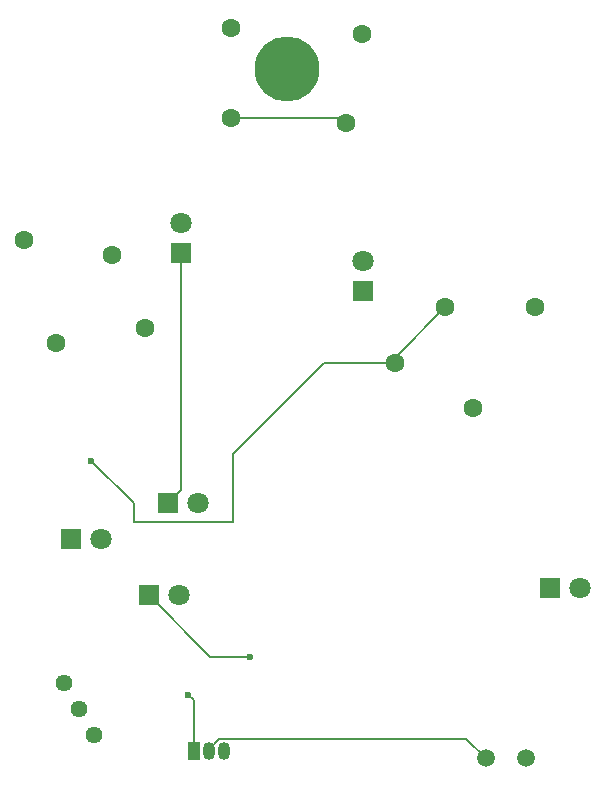
<source format=gbr>
%TF.GenerationSoftware,KiCad,Pcbnew,9.0.2*%
%TF.CreationDate,2025-07-04T00:45:15-07:00*%
%TF.ProjectId,FirstHCProject,46697273-7448-4435-9072-6f6a6563742e,rev?*%
%TF.SameCoordinates,Original*%
%TF.FileFunction,Copper,L2,Bot*%
%TF.FilePolarity,Positive*%
%FSLAX46Y46*%
G04 Gerber Fmt 4.6, Leading zero omitted, Abs format (unit mm)*
G04 Created by KiCad (PCBNEW 9.0.2) date 2025-07-04 00:45:15*
%MOMM*%
%LPD*%
G01*
G04 APERTURE LIST*
%TA.AperFunction,ComponentPad*%
%ADD10R,1.800000X1.800000*%
%TD*%
%TA.AperFunction,ComponentPad*%
%ADD11C,1.800000*%
%TD*%
%TA.AperFunction,ComponentPad*%
%ADD12C,1.600000*%
%TD*%
%TA.AperFunction,ComponentPad*%
%ADD13C,1.440000*%
%TD*%
%TA.AperFunction,ComponentPad*%
%ADD14C,1.500000*%
%TD*%
%TA.AperFunction,ComponentPad*%
%ADD15R,1.050000X1.500000*%
%TD*%
%TA.AperFunction,ComponentPad*%
%ADD16O,1.050000X1.500000*%
%TD*%
%TA.AperFunction,ViaPad*%
%ADD17C,5.500000*%
%TD*%
%TA.AperFunction,ViaPad*%
%ADD18C,0.600000*%
%TD*%
%TA.AperFunction,Conductor*%
%ADD19C,0.200000*%
%TD*%
G04 APERTURE END LIST*
D10*
%TO.P,D2,1,K*%
%TO.N,Net-(BT2--)*%
X136260000Y-119000000D03*
D11*
%TO.P,D2,2,A*%
%TO.N,Net-(D2-A)*%
X138800000Y-119000000D03*
%TD*%
D12*
%TO.P,R3,1*%
%TO.N,Net-(Q1-E)*%
X141600000Y-86400000D03*
%TO.P,R3,2*%
%TO.N,Net-(D3-A)*%
X141600000Y-78780000D03*
%TD*%
D10*
%TO.P,D5,1,K*%
%TO.N,Net-(BT2--)*%
X152800000Y-101000000D03*
D11*
%TO.P,D5,2,A*%
%TO.N,Net-(D5-A)*%
X152800000Y-98460000D03*
%TD*%
D13*
%TO.P,RV1,1,1*%
%TO.N,Net-(BT2-+)*%
X127460000Y-134200591D03*
%TO.P,RV1,2,2*%
%TO.N,Net-(Q1-B)*%
X128730000Y-136400296D03*
%TO.P,RV1,3,3*%
%TO.N,unconnected-(RV1-Pad3)*%
X130000000Y-138600000D03*
%TD*%
D12*
%TO.P,R6,1*%
%TO.N,Net-(Q1-E)*%
X155500443Y-107095000D03*
%TO.P,R6,2*%
%TO.N,Net-(D6-A)*%
X162099557Y-110905000D03*
%TD*%
D14*
%TO.P,R7,1*%
%TO.N,Net-(Q1-B)*%
X163200000Y-140600000D03*
%TO.P,R7,2*%
%TO.N,Net-(BT2--)*%
X166600000Y-140600000D03*
%TD*%
D15*
%TO.P,Q1,1,E*%
%TO.N,Net-(Q1-E)*%
X138460000Y-140000000D03*
D16*
%TO.P,Q1,2,B*%
%TO.N,Net-(Q1-B)*%
X139730000Y-140000000D03*
%TO.P,Q1,3,C*%
%TO.N,Net-(BT2-+)*%
X141000000Y-140000000D03*
%TD*%
D10*
%TO.P,D3,1,K*%
%TO.N,Net-(BT2--)*%
X134660000Y-126800000D03*
D11*
%TO.P,D3,2,A*%
%TO.N,Net-(D3-A)*%
X137200000Y-126800000D03*
%TD*%
D10*
%TO.P,D1,1,K*%
%TO.N,Net-(BT2--)*%
X128060000Y-122000000D03*
D11*
%TO.P,D1,2,A*%
%TO.N,Net-(D1-A)*%
X130600000Y-122000000D03*
%TD*%
D12*
%TO.P,R1,1*%
%TO.N,Net-(Q1-E)*%
X124095765Y-96676801D03*
%TO.P,R1,2*%
%TO.N,Net-(D1-A)*%
X131600000Y-98000000D03*
%TD*%
%TO.P,R2,1*%
%TO.N,Net-(Q1-E)*%
X126847883Y-105461600D03*
%TO.P,R2,2*%
%TO.N,Net-(D2-A)*%
X134352118Y-104138401D03*
%TD*%
D10*
%TO.P,D4,1,K*%
%TO.N,Net-(BT2--)*%
X137400000Y-97800000D03*
D11*
%TO.P,D4,2,A*%
%TO.N,Net-(D4-A)*%
X137400000Y-95260000D03*
%TD*%
D12*
%TO.P,R4,1*%
%TO.N,Net-(Q1-E)*%
X151400000Y-86810000D03*
%TO.P,R4,2*%
%TO.N,Net-(D4-A)*%
X152723199Y-79305765D03*
%TD*%
D10*
%TO.P,D6,1,K*%
%TO.N,Net-(BT2--)*%
X168660000Y-126200000D03*
D11*
%TO.P,D6,2,A*%
%TO.N,Net-(D6-A)*%
X171200000Y-126200000D03*
%TD*%
D12*
%TO.P,R5,1*%
%TO.N,Net-(Q1-E)*%
X159790000Y-102400000D03*
%TO.P,R5,2*%
%TO.N,Net-(D5-A)*%
X167410000Y-102400000D03*
%TD*%
D17*
%TO.N,*%
X146400000Y-82200000D03*
D18*
%TO.N,Net-(BT2--)*%
X143200000Y-132000000D03*
%TO.N,Net-(Q1-E)*%
X129800000Y-115400000D03*
X138000000Y-135200000D03*
%TD*%
D19*
%TO.N,Net-(BT2--)*%
X143200000Y-132000000D02*
X139860000Y-132000000D01*
X137400000Y-97800000D02*
X137400000Y-117860000D01*
X137400000Y-117860000D02*
X136260000Y-119000000D01*
X139860000Y-132000000D02*
X134660000Y-126800000D01*
%TO.N,Net-(Q1-B)*%
X161549000Y-138949000D02*
X163200000Y-140600000D01*
X139730000Y-139876860D02*
X140657860Y-138949000D01*
X139730000Y-140000000D02*
X139730000Y-139876860D01*
X140657860Y-138949000D02*
X161549000Y-138949000D01*
X139730000Y-139775000D02*
X139730000Y-140000000D01*
%TO.N,Net-(Q1-E)*%
X133400000Y-119000000D02*
X133400000Y-120600000D01*
X155500443Y-106689557D02*
X155500443Y-107095000D01*
X141800000Y-114800000D02*
X149505000Y-107095000D01*
X141600000Y-86400000D02*
X150990000Y-86400000D01*
X141800000Y-120600000D02*
X141800000Y-114800000D01*
X133400000Y-120600000D02*
X141800000Y-120600000D01*
X149505000Y-107095000D02*
X155500443Y-107095000D01*
X138460000Y-135660000D02*
X138460000Y-140000000D01*
X129800000Y-115400000D02*
X133400000Y-119000000D01*
X159790000Y-102400000D02*
X155500443Y-106689557D01*
X150990000Y-86400000D02*
X151400000Y-86810000D01*
X138000000Y-135200000D02*
X138460000Y-135660000D01*
%TD*%
M02*

</source>
